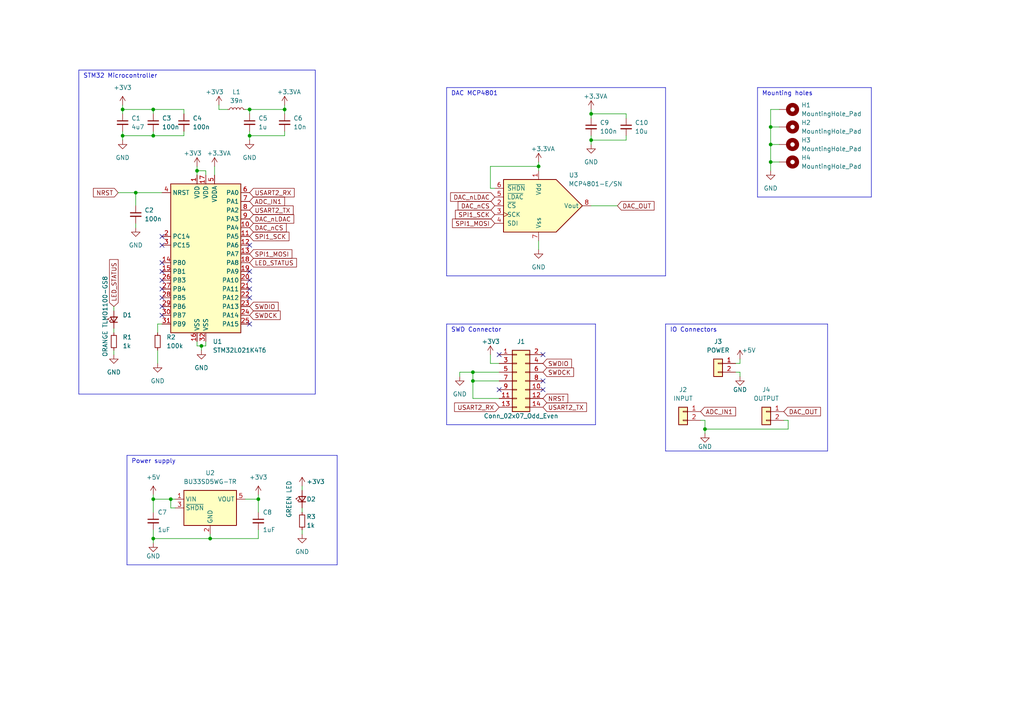
<source format=kicad_sch>
(kicad_sch (version 20230121) (generator eeschema)
  (paper "A4")
  (lib_symbols
    (symbol "Analog_DAC:MCP4801" (pin_names (offset 1.016))
      (property "Reference" "U" (at 1.27 10.795 0))
      (property "Value" "MCP4801" (at 1.27 8.89 0))
      (symbol "MCP4801_0_0"
        (polyline (pts (xy 12.7 0) (xy 5.08 7.62) (xy -10.16 7.62) (xy -10.16 -7.62) (xy 5.08 -7.62) (xy 12.7 0)) (stroke (width 0.254)) (fill (type background)))
      )
      (symbol "MCP4801_1_1"
        (pin power_in line (at 0 10.16 270) (length 2.54) (name "Vdd") (number "1"))
        (pin input line (at -12.7 0 0) (length 2.54) (name "~{CS}") (number "2"))
        (pin input clock (at -12.7 -2.54 0) (length 2.54) (name "SCK") (number "3"))
        (pin input line (at -12.7 -5.08 0) (length 2.54) (name "SDI") (number "4"))
        (pin input line (at -12.7 2.54 0) (length 2.54) (name "~{LDAC}") (number "5"))
        (pin input line (at -12.7 5.08 0) (length 2.54) (name "~{SHDN}") (number "6"))
        (pin power_in line (at 0 -10.16 90) (length 2.54) (name "Vss") (number "7"))
        (pin output line (at 15.24 0 180) (length 2.54) (name "Vout") (number "8"))
      )
    )
    (symbol "Connector_Generic:Conn_01x02" (pin_names (offset 1.016) hide)
      (property "Reference" "J" (at 0 2.54 0))
      (property "Value" "Conn_01x02" (at 0 -5.08 0))
      (symbol "Conn_01x02_1_1"
        (rectangle (start -1.27 -2.413) (end 0 -2.667) (stroke (width 0.1524)))
        (rectangle (start -1.27 0.127) (end 0 -0.127) (stroke (width 0.1524)))
        (rectangle (start -1.27 1.27) (end 1.27 -3.81) (stroke (width 0.254)) (fill (type background)))
        (pin passive line (at -5.08 0 0) (length 3.81) (name "Pin_1") (number "1"))
        (pin passive line (at -5.08 -2.54 0) (length 3.81) (name "Pin_2") (number "2"))
      )
    )
    (symbol "Connector_Generic:Conn_02x07_Odd_Even" (pin_names (offset 1.016) hide)
      (property "Reference" "J" (at 1.27 10.16 0))
      (property "Value" "Conn_02x07_Odd_Even" (at 1.27 -10.16 0))
      (symbol "Conn_02x07_Odd_Even_1_1"
        (rectangle (start -1.27 -7.493) (end 0 -7.747) (stroke (width 0.1524)))
        (rectangle (start -1.27 -4.953) (end 0 -5.207) (stroke (width 0.1524)))
        (rectangle (start -1.27 -2.413) (end 0 -2.667) (stroke (width 0.1524)))
        (rectangle (start -1.27 0.127) (end 0 -0.127) (stroke (width 0.1524)))
        (rectangle (start -1.27 2.667) (end 0 2.413) (stroke (width 0.1524)))
        (rectangle (start -1.27 5.207) (end 0 4.953) (stroke (width 0.1524)))
        (rectangle (start -1.27 7.747) (end 0 7.493) (stroke (width 0.1524)))
        (rectangle (start -1.27 8.89) (end 3.81 -8.89) (stroke (width 0.254)) (fill (type background)))
        (rectangle (start 3.81 -7.493) (end 2.54 -7.747) (stroke (width 0.1524)))
        (rectangle (start 3.81 -4.953) (end 2.54 -5.207) (stroke (width 0.1524)))
        (rectangle (start 3.81 -2.413) (end 2.54 -2.667) (stroke (width 0.1524)))
        (rectangle (start 3.81 0.127) (end 2.54 -0.127) (stroke (width 0.1524)))
        (rectangle (start 3.81 2.667) (end 2.54 2.413) (stroke (width 0.1524)))
        (rectangle (start 3.81 5.207) (end 2.54 4.953) (stroke (width 0.1524)))
        (rectangle (start 3.81 7.747) (end 2.54 7.493) (stroke (width 0.1524)))
        (pin passive line (at -5.08 7.62 0) (length 3.81) (name "Pin_1") (number "1"))
        (pin passive line (at 7.62 -2.54 180) (length 3.81) (name "Pin_10") (number "10"))
        (pin passive line (at -5.08 -5.08 0) (length 3.81) (name "Pin_11") (number "11"))
        (pin passive line (at 7.62 -5.08 180) (length 3.81) (name "Pin_12") (number "12"))
        (pin passive line (at -5.08 -7.62 0) (length 3.81) (name "Pin_13") (number "13"))
        (pin passive line (at 7.62 -7.62 180) (length 3.81) (name "Pin_14") (number "14"))
        (pin passive line (at 7.62 7.62 180) (length 3.81) (name "Pin_2") (number "2"))
        (pin passive line (at -5.08 5.08 0) (length 3.81) (name "Pin_3") (number "3"))
        (pin passive line (at 7.62 5.08 180) (length 3.81) (name "Pin_4") (number "4"))
        (pin passive line (at -5.08 2.54 0) (length 3.81) (name "Pin_5") (number "5"))
        (pin passive line (at 7.62 2.54 180) (length 3.81) (name "Pin_6") (number "6"))
        (pin passive line (at -5.08 0 0) (length 3.81) (name "Pin_7") (number "7"))
        (pin passive line (at 7.62 0 180) (length 3.81) (name "Pin_8") (number "8"))
        (pin passive line (at -5.08 -2.54 0) (length 3.81) (name "Pin_9") (number "9"))
      )
    )
    (symbol "Device:C_Small" (pin_numbers hide) (pin_names (offset 0.254) hide)
      (property "Reference" "C" (at 0.254 1.778 0))
      (property "Value" "C_Small" (at 0.254 -2.032 0))
      (symbol "C_Small_0_1"
        (polyline (pts (xy -1.524 -0.508) (xy 1.524 -0.508)) (stroke (width 0.3302)))
        (polyline (pts (xy -1.524 0.508) (xy 1.524 0.508)) (stroke (width 0.3048)))
      )
      (symbol "C_Small_1_1"
        (pin passive line (at 0 2.54 270) (length 2.032) (name "~") (number "1"))
        (pin passive line (at 0 -2.54 90) (length 2.032) (name "~") (number "2"))
      )
    )
    (symbol "Device:LED_Small" (pin_numbers hide) (pin_names (offset 0.254) hide)
      (property "Reference" "D" (at -1.27 3.175 0))
      (property "Value" "LED_Small" (at -4.445 -2.54 0))
      (symbol "LED_Small_0_1"
        (polyline (pts (xy -0.762 -1.016) (xy -0.762 1.016)) (stroke (width 0.254)))
        (polyline (pts (xy 1.016 0) (xy -0.762 0)))
        (polyline (pts (xy 0.762 -1.016) (xy -0.762 0) (xy 0.762 1.016) (xy 0.762 -1.016)) (stroke (width 0.254)))
        (polyline (pts (xy 0 0.762) (xy -0.508 1.27) (xy -0.254 1.27) (xy -0.508 1.27) (xy -0.508 1.016)))
        (polyline (pts (xy 0.508 1.27) (xy 0 1.778) (xy 0.254 1.778) (xy 0 1.778) (xy 0 1.524)))
      )
      (symbol "LED_Small_1_1"
        (pin passive line (at -2.54 0 0) (length 1.778) (name "K") (number "1"))
        (pin passive line (at 2.54 0 180) (length 1.778) (name "A") (number "2"))
      )
    )
    (symbol "Device:L_Small" (pin_numbers hide) (pin_names (offset 0.254) hide)
      (property "Reference" "L" (at 0.762 1.016 0))
      (property "Value" "L_Small" (at 0.762 -1.016 0))
      (symbol "L_Small_0_1"
        (arc (start 0 -2.032) (mid 0.5058 -1.524) (end 0 -1.016))
        (arc (start 0 -1.016) (mid 0.5058 -0.508) (end 0 0))
        (arc (start 0 0) (mid 0.5058 0.508) (end 0 1.016))
        (arc (start 0 1.016) (mid 0.5058 1.524) (end 0 2.032))
      )
      (symbol "L_Small_1_1"
        (pin passive line (at 0 2.54 270) (length 0.508) (name "~") (number "1"))
        (pin passive line (at 0 -2.54 90) (length 0.508) (name "~") (number "2"))
      )
    )
    (symbol "Device:R_Small" (pin_numbers hide) (pin_names (offset 0.254) hide)
      (property "Reference" "R" (at 0.762 0.508 0))
      (property "Value" "R_Small" (at 0.762 -1.016 0))
      (symbol "R_Small_0_1"
        (rectangle (start -0.762 1.778) (end 0.762 -1.778) (stroke (width 0.2032)))
      )
      (symbol "R_Small_1_1"
        (pin passive line (at 0 2.54 270) (length 0.762) (name "~") (number "1"))
        (pin passive line (at 0 -2.54 90) (length 0.762) (name "~") (number "2"))
      )
    )
    (symbol "MCU_ST_STM32L0:STM32L021K4Tx"
      (property "Reference" "U" (at -10.16 21.59 0))
      (property "Value" "STM32L021K4Tx" (at 5.08 21.59 0))
      (symbol "STM32L021K4Tx_0_1"
        (rectangle (start -10.16 -22.86) (end 10.16 20.32) (stroke (width 0.254)) (fill (type background)))
      )
      (symbol "STM32L021K4Tx_1_1"
        (pin power_in line (at -2.54 22.86 270) (length 2.54) (name "VDD") (number "1"))
        (pin bidirectional line (at 12.7 7.62 180) (length 2.54) (name "PA4") (number "10"))
        (pin bidirectional line (at 12.7 5.08 180) (length 2.54) (name "PA5") (number "11"))
        (pin bidirectional line (at 12.7 2.54 180) (length 2.54) (name "PA6") (number "12"))
        (pin bidirectional line (at 12.7 0 180) (length 2.54) (name "PA7") (number "13"))
        (pin bidirectional line (at -12.7 -2.54 0) (length 2.54) (name "PB0") (number "14"))
        (pin bidirectional line (at -12.7 -5.08 0) (length 2.54) (name "PB1") (number "15"))
        (pin power_in line (at -2.54 -25.4 90) (length 2.54) (name "VSS") (number "16"))
        (pin power_in line (at 0 22.86 270) (length 2.54) (name "VDD") (number "17"))
        (pin bidirectional line (at 12.7 -2.54 180) (length 2.54) (name "PA8") (number "18"))
        (pin bidirectional line (at 12.7 -5.08 180) (length 2.54) (name "PA9") (number "19"))
        (pin bidirectional line (at -12.7 5.08 0) (length 2.54) (name "PC14") (number "2"))
        (pin bidirectional line (at 12.7 -7.62 180) (length 2.54) (name "PA10") (number "20"))
        (pin bidirectional line (at 12.7 -10.16 180) (length 2.54) (name "PA11") (number "21"))
        (pin bidirectional line (at 12.7 -12.7 180) (length 2.54) (name "PA12") (number "22"))
        (pin bidirectional line (at 12.7 -15.24 180) (length 2.54) (name "PA13") (number "23"))
        (pin bidirectional line (at 12.7 -17.78 180) (length 2.54) (name "PA14") (number "24"))
        (pin bidirectional line (at 12.7 -20.32 180) (length 2.54) (name "PA15") (number "25"))
        (pin bidirectional line (at -12.7 -7.62 0) (length 2.54) (name "PB3") (number "26"))
        (pin bidirectional line (at -12.7 -10.16 0) (length 2.54) (name "PB4") (number "27"))
        (pin bidirectional line (at -12.7 -12.7 0) (length 2.54) (name "PB5") (number "28"))
        (pin bidirectional line (at -12.7 -15.24 0) (length 2.54) (name "PB6") (number "29"))
        (pin bidirectional line (at -12.7 2.54 0) (length 2.54) (name "PC15") (number "3"))
        (pin bidirectional line (at -12.7 -17.78 0) (length 2.54) (name "PB7") (number "30"))
        (pin bidirectional line (at -12.7 -20.32 0) (length 2.54) (name "PB9") (number "31"))
        (pin power_in line (at 0 -25.4 90) (length 2.54) (name "VSS") (number "32"))
        (pin input line (at -12.7 17.78 0) (length 2.54) (name "NRST") (number "4"))
        (pin power_in line (at 2.54 22.86 270) (length 2.54) (name "VDDA") (number "5"))
        (pin bidirectional line (at 12.7 17.78 180) (length 2.54) (name "PA0") (number "6"))
        (pin bidirectional line (at 12.7 15.24 180) (length 2.54) (name "PA1") (number "7"))
        (pin bidirectional line (at 12.7 12.7 180) (length 2.54) (name "PA2") (number "8"))
        (pin bidirectional line (at 12.7 10.16 180) (length 2.54) (name "PA3") (number "9"))
      )
    )
    (symbol "Mechanical:MountingHole_Pad" (pin_numbers hide) (pin_names (offset 1.016) hide)
      (property "Reference" "H" (at 0 6.35 0))
      (property "Value" "MountingHole_Pad" (at 0 4.445 0))
      (symbol "MountingHole_Pad_0_1"
        (circle (center 0 1.27) (radius 1.27) (stroke (width 1.27)))
      )
      (symbol "MountingHole_Pad_1_1"
        (pin input line (at 0 -2.54 90) (length 2.54) (name "1") (number "1"))
      )
    )
    (symbol "Regulator_Linear:MCP1802x-xx02xOT"
      (property "Reference" "U" (at -6.35 6.35 0))
      (property "Value" "MCP1802x-xx02xOT" (at 0 6.35 0))
      (symbol "MCP1802x-xx02xOT_0_1"
        (rectangle (start -7.62 5.08) (end 7.62 -5.08) (stroke (width 0.254)) (fill (type background)))
      )
      (symbol "MCP1802x-xx02xOT_1_1"
        (pin power_in line (at -10.16 2.54 0) (length 2.54) (name "VIN") (number "1"))
        (pin power_in line (at 0 -7.62 90) (length 2.54) (name "GND") (number "2"))
        (pin input line (at -10.16 0 0) (length 2.54) (name "~{SHDN}") (number "3"))
        (pin no_connect line (at 7.62 0 180) (length 2.54) hide (name "NC") (number "4"))
        (pin power_out line (at 10.16 2.54 180) (length 2.54) (name "VOUT") (number "5"))
      )
    )
    (symbol "power:+3.3V" (power) (pin_names (offset 0))
      (property "Value" "+3.3V" (at 0 3.556 0))
      (symbol "+3.3V_0_1"
        (polyline (pts (xy -0.762 1.27) (xy 0 2.54)))
        (polyline (pts (xy 0 0) (xy 0 2.54)))
        (polyline (pts (xy 0 2.54) (xy 0.762 1.27)))
      )
      (symbol "+3.3V_1_1"
        (pin power_in line (at 0 0 90) (length 0) hide (name "+3V3") (number "1"))
      )
    )
    (symbol "power:+3.3VA" (power) (pin_names (offset 0))
      (property "Value" "+3.3VA" (at 0 3.556 0))
      (symbol "+3.3VA_0_1"
        (polyline (pts (xy -0.762 1.27) (xy 0 2.54)))
        (polyline (pts (xy 0 0) (xy 0 2.54)))
        (polyline (pts (xy 0 2.54) (xy 0.762 1.27)))
      )
      (symbol "+3.3VA_1_1"
        (pin power_in line (at 0 0 90) (length 0) hide (name "+3.3VA") (number "1"))
      )
    )
    (symbol "power:+5V" (power) (pin_names (offset 0))
      (property "Value" "+5V" (at 0 3.556 0))
      (symbol "+5V_0_1"
        (polyline (pts (xy -0.762 1.27) (xy 0 2.54)))
        (polyline (pts (xy 0 0) (xy 0 2.54)))
        (polyline (pts (xy 0 2.54) (xy 0.762 1.27)))
      )
      (symbol "+5V_1_1"
        (pin power_in line (at 0 0 90) (length 0) hide (name "+5V") (number "1"))
      )
    )
    (symbol "power:GND" (power) (pin_names (offset 0))
      (property "Value" "GND" (at 0 -3.81 0))
      (symbol "GND_0_1"
        (polyline (pts (xy 0 0) (xy 0 -1.27) (xy 1.27 -1.27) (xy 0 -2.54) (xy -1.27 -1.27) (xy 0 -1.27)))
      )
      (symbol "GND_1_1"
        (pin power_in line (at 0 0 270) (length 0) hide (name "GND") (number "1"))
      )
    )
  )
  (junction (at 35.56 39.37))
  (junction (at 137.16 107.95))
  (junction (at 39.37 55.88))
  (junction (at 223.52 41.91))
  (junction (at 58.42 100.33))
  (junction (at 223.52 46.99))
  (junction (at 49.53 144.78))
  (junction (at 156.21 48.26))
  (junction (at 82.55 31.75))
  (junction (at 44.45 156.21))
  (junction (at 72.39 39.37))
  (junction (at 35.56 31.75))
  (junction (at 72.39 31.75))
  (junction (at 44.45 31.75))
  (junction (at 44.45 39.37))
  (junction (at 44.45 144.78))
  (junction (at 204.47 124.46))
  (junction (at 74.93 144.78))
  (junction (at 223.52 36.83))
  (junction (at 137.16 110.49))
  (junction (at 60.96 156.21))
  (junction (at 57.15 49.53))
  (junction (at 171.45 40.64))
  (junction (at 171.45 33.02))
  (no_connect (at 144.78 102.87))
  (no_connect (at 46.99 83.82))
  (no_connect (at 46.99 86.36))
  (no_connect (at 46.99 81.28))
  (no_connect (at 46.99 71.12))
  (no_connect (at 72.39 93.98))
  (no_connect (at 157.48 113.03))
  (no_connect (at 157.48 102.87))
  (no_connect (at 72.39 71.12))
  (no_connect (at 72.39 86.36))
  (no_connect (at 144.78 113.03))
  (no_connect (at 46.99 68.58))
  (no_connect (at 72.39 81.28))
  (no_connect (at 46.99 88.9))
  (no_connect (at 72.39 83.82))
  (no_connect (at 46.99 78.74))
  (no_connect (at 46.99 91.44))
  (no_connect (at 157.48 110.49))
  (no_connect (at 72.39 78.74))
  (no_connect (at 46.99 76.2))
  (polyline (pts (xy 240.03 93.98) (xy 240.03 130.81)))
  (wire (pts (xy 35.56 31.75) (xy 35.56 33.02)))
  (wire (pts (xy 44.45 156.21) (xy 60.96 156.21)))
  (wire (pts (xy 33.02 95.25) (xy 33.02 96.52)))
  (wire (pts (xy 223.52 41.91) (xy 226.06 41.91)))
  (wire (pts (xy 74.93 156.21) (xy 74.93 153.67)))
  (wire (pts (xy 33.02 88.9) (xy 33.02 90.17)))
  (wire (pts (xy 203.2 121.92) (xy 204.47 121.92)))
  (wire (pts (xy 58.42 100.33) (xy 58.42 101.6)))
  (wire (pts (xy 62.23 48.26) (xy 62.23 50.8)))
  (polyline (pts (xy 240.03 130.81) (xy 193.04 130.81)))
  (wire (pts (xy 58.42 100.33) (xy 59.69 100.33)))
  (wire (pts (xy 156.21 48.26) (xy 142.24 48.26)))
  (wire (pts (xy 57.15 48.26) (xy 57.15 49.53)))
  (polyline (pts (xy 22.86 114.3) (xy 91.44 114.3)))
  (wire (pts (xy 223.52 41.91) (xy 223.52 36.83)))
  (wire (pts (xy 82.55 31.75) (xy 82.55 33.02)))
  (wire (pts (xy 156.21 69.85) (xy 156.21 72.39)))
  (wire (pts (xy 63.5 30.48) (xy 63.5 31.75)))
  (wire (pts (xy 35.56 30.48) (xy 35.56 31.75)))
  (polyline (pts (xy 252.73 25.4) (xy 252.73 57.15)))
  (wire (pts (xy 142.24 54.61) (xy 143.51 54.61)))
  (wire (pts (xy 45.72 101.6) (xy 45.72 105.41)))
  (wire (pts (xy 35.56 31.75) (xy 44.45 31.75)))
  (wire (pts (xy 87.63 147.32) (xy 87.63 148.59)))
  (wire (pts (xy 228.6 124.46) (xy 204.47 124.46)))
  (wire (pts (xy 72.39 39.37) (xy 72.39 40.64)))
  (polyline (pts (xy 193.04 93.98) (xy 193.04 130.81)))
  (wire (pts (xy 213.36 105.41) (xy 214.63 105.41)))
  (polyline (pts (xy 129.54 93.98) (xy 129.54 123.19)))
  (wire (pts (xy 137.16 107.95) (xy 133.35 107.95)))
  (wire (pts (xy 44.45 148.59) (xy 44.45 144.78)))
  (polyline (pts (xy 22.86 20.32) (xy 91.44 20.32)))
  (wire (pts (xy 35.56 39.37) (xy 35.56 40.64)))
  (wire (pts (xy 156.21 48.26) (xy 156.21 49.53)))
  (wire (pts (xy 74.93 148.59) (xy 74.93 144.78)))
  (wire (pts (xy 60.96 154.94) (xy 60.96 156.21)))
  (polyline (pts (xy 219.71 25.4) (xy 252.73 25.4)))
  (wire (pts (xy 57.15 50.8) (xy 57.15 49.53)))
  (wire (pts (xy 82.55 30.48) (xy 82.55 31.75)))
  (wire (pts (xy 72.39 38.1) (xy 72.39 39.37)))
  (wire (pts (xy 171.45 33.02) (xy 181.61 33.02)))
  (wire (pts (xy 223.52 36.83) (xy 226.06 36.83)))
  (wire (pts (xy 35.56 38.1) (xy 35.56 39.37)))
  (wire (pts (xy 39.37 55.88) (xy 39.37 59.69)))
  (wire (pts (xy 44.45 144.78) (xy 49.53 144.78)))
  (wire (pts (xy 44.45 31.75) (xy 44.45 33.02)))
  (wire (pts (xy 171.45 33.02) (xy 171.45 34.29)))
  (wire (pts (xy 142.24 105.41) (xy 142.24 102.87)))
  (wire (pts (xy 171.45 31.75) (xy 171.45 33.02)))
  (polyline (pts (xy 252.73 57.15) (xy 219.71 57.15)))
  (polyline (pts (xy 193.04 80.01) (xy 129.54 80.01)))
  (wire (pts (xy 44.45 31.75) (xy 53.34 31.75)))
  (wire (pts (xy 223.52 49.53) (xy 223.52 46.99)))
  (polyline (pts (xy 36.83 132.08) (xy 36.83 163.83)))
  (wire (pts (xy 59.69 99.06) (xy 59.69 100.33)))
  (polyline (pts (xy 172.72 123.19) (xy 129.54 123.19)))
  (wire (pts (xy 74.93 143.51) (xy 74.93 144.78)))
  (wire (pts (xy 171.45 39.37) (xy 171.45 40.64)))
  (wire (pts (xy 213.36 107.95) (xy 214.63 107.95)))
  (wire (pts (xy 33.02 101.6) (xy 33.02 102.87)))
  (wire (pts (xy 227.33 121.92) (xy 228.6 121.92)))
  (wire (pts (xy 57.15 99.06) (xy 57.15 100.33)))
  (wire (pts (xy 171.45 40.64) (xy 181.61 40.64)))
  (wire (pts (xy 214.63 105.41) (xy 214.63 104.14)))
  (polyline (pts (xy 172.72 93.98) (xy 172.72 123.19)))
  (wire (pts (xy 156.21 46.99) (xy 156.21 48.26)))
  (wire (pts (xy 44.45 39.37) (xy 53.34 39.37)))
  (wire (pts (xy 137.16 110.49) (xy 144.78 110.49)))
  (wire (pts (xy 45.72 93.98) (xy 45.72 96.52)))
  (wire (pts (xy 137.16 107.95) (xy 144.78 107.95)))
  (wire (pts (xy 82.55 39.37) (xy 82.55 38.1)))
  (wire (pts (xy 214.63 107.95) (xy 214.63 109.22)))
  (polyline (pts (xy 129.54 25.4) (xy 193.04 25.4)))
  (wire (pts (xy 72.39 31.75) (xy 82.55 31.75)))
  (wire (pts (xy 39.37 64.77) (xy 39.37 66.04)))
  (wire (pts (xy 204.47 124.46) (xy 204.47 125.73)))
  (wire (pts (xy 44.45 39.37) (xy 44.45 38.1)))
  (wire (pts (xy 204.47 124.46) (xy 204.47 121.92)))
  (polyline (pts (xy 36.83 132.08) (xy 97.79 132.08)))
  (wire (pts (xy 57.15 100.33) (xy 58.42 100.33)))
  (polyline (pts (xy 97.79 132.08) (xy 97.79 163.83)))
  (wire (pts (xy 181.61 34.29) (xy 181.61 33.02)))
  (wire (pts (xy 34.29 55.88) (xy 39.37 55.88)))
  (wire (pts (xy 44.45 153.67) (xy 44.45 156.21)))
  (wire (pts (xy 87.63 140.97) (xy 87.63 142.24)))
  (wire (pts (xy 49.53 147.32) (xy 49.53 144.78)))
  (wire (pts (xy 133.35 107.95) (xy 133.35 109.22)))
  (wire (pts (xy 49.53 144.78) (xy 50.8 144.78)))
  (wire (pts (xy 137.16 115.57) (xy 144.78 115.57)))
  (wire (pts (xy 181.61 40.64) (xy 181.61 39.37)))
  (wire (pts (xy 223.52 46.99) (xy 226.06 46.99)))
  (wire (pts (xy 63.5 31.75) (xy 66.04 31.75)))
  (wire (pts (xy 35.56 39.37) (xy 44.45 39.37)))
  (wire (pts (xy 71.12 31.75) (xy 72.39 31.75)))
  (wire (pts (xy 53.34 39.37) (xy 53.34 38.1)))
  (polyline (pts (xy 91.44 114.3) (xy 91.44 20.32)))
  (wire (pts (xy 223.52 46.99) (xy 223.52 41.91)))
  (wire (pts (xy 39.37 55.88) (xy 46.99 55.88)))
  (wire (pts (xy 137.16 115.57) (xy 137.16 110.49)))
  (wire (pts (xy 53.34 31.75) (xy 53.34 33.02)))
  (wire (pts (xy 171.45 40.64) (xy 171.45 41.91)))
  (wire (pts (xy 171.45 59.69) (xy 179.07 59.69)))
  (wire (pts (xy 59.69 49.53) (xy 59.69 50.8)))
  (wire (pts (xy 50.8 147.32) (xy 49.53 147.32)))
  (polyline (pts (xy 97.79 163.83) (xy 36.83 163.83)))
  (wire (pts (xy 44.45 143.51) (xy 44.45 144.78)))
  (wire (pts (xy 72.39 39.37) (xy 82.55 39.37)))
  (wire (pts (xy 60.96 156.21) (xy 74.93 156.21)))
  (polyline (pts (xy 129.54 93.98) (xy 172.72 93.98)))
  (polyline (pts (xy 193.04 25.4) (xy 193.04 80.01)))
  (wire (pts (xy 223.52 31.75) (xy 226.06 31.75)))
  (wire (pts (xy 57.15 49.53) (xy 59.69 49.53)))
  (wire (pts (xy 228.6 121.92) (xy 228.6 124.46)))
  (polyline (pts (xy 219.71 25.4) (xy 219.71 57.15)))
  (wire (pts (xy 142.24 48.26) (xy 142.24 54.61)))
  (wire (pts (xy 44.45 156.21) (xy 44.45 157.48)))
  (wire (pts (xy 137.16 110.49) (xy 137.16 107.95)))
  (wire (pts (xy 45.72 93.98) (xy 46.99 93.98)))
  (wire (pts (xy 144.78 105.41) (xy 142.24 105.41)))
  (wire (pts (xy 223.52 36.83) (xy 223.52 31.75)))
  (polyline (pts (xy 193.04 93.98) (xy 240.03 93.98)))
  (wire (pts (xy 72.39 31.75) (xy 72.39 33.02)))
  (wire (pts (xy 74.93 144.78) (xy 71.12 144.78)))
  (polyline (pts (xy 22.86 20.32) (xy 22.86 114.3)))
  (wire (pts (xy 87.63 153.67) (xy 87.63 154.94)))
  (polyline (pts (xy 129.54 25.4) (xy 129.54 80.01)))
  (text "Power supply" (at 38.1 134.62 0) (effects (font (size 1.27 1.27)) (justify left bottom)))
  (text "IO Connectors" (at 194.31 96.52 0) (effects (font (size 1.27 1.27)) (justify left bottom)))
  (text "Mounting holes" (at 220.98 27.94 0) (effects (font (size 1.27 1.27)) (justify left bottom)))
  (text "DAC MCP4801" (at 130.81 27.94 0) (effects (font (size 1.27 1.27)) (justify left bottom)))
  (text "SWD Connector" (at 130.81 96.52 0) (effects (font (size 1.27 1.27)) (justify left bottom)))
  (text "STM32 Microcontroller" (at 24.13 22.86 0) (effects (font (size 1.27 1.27)) (justify left bottom)))
  (global_label "USART2_RX" (shape input) (at 144.78 118.11 180) (property "Intersheetrefs" "${INTERSHEET_REFS}" (effects hide)) (property "Références Inter-Feuilles" "${INTERSHEET_REFS}" (effects hide)))
  (global_label "SPI1_SCK" (shape input) (at 72.39 68.58 0) (property "Intersheetrefs" "${INTERSHEET_REFS}" (effects hide)) (property "Références Inter-Feuilles" "${INTERSHEET_REFS}" (effects hide)))
  (global_label "SPI1_SCK" (shape input) (at 143.51 62.23 180) (property "Intersheetrefs" "${INTERSHEET_REFS}" (effects hide)) (property "Références Inter-Feuilles" "${INTERSHEET_REFS}" (effects hide)))
  (global_label "SWDIO" (shape input) (at 72.39 88.9 0) (property "Intersheetrefs" "${INTERSHEET_REFS}" (effects hide)) (property "Références Inter-Feuilles" "${INTERSHEET_REFS}" (effects hide)))
  (global_label "NRST" (shape input) (at 157.48 115.57 0) (property "Intersheetrefs" "${INTERSHEET_REFS}" (effects hide)) (property "Références Inter-Feuilles" "${INTERSHEET_REFS}" (effects hide)))
  (global_label "SWDIO" (shape input) (at 157.48 105.41 0) (property "Intersheetrefs" "${INTERSHEET_REFS}" (effects hide)) (property "Références Inter-Feuilles" "${INTERSHEET_REFS}" (effects hide)))
  (global_label "USART2_TX" (shape input) (at 157.48 118.11 0) (property "Intersheetrefs" "${INTERSHEET_REFS}" (effects hide)) (property "Références Inter-Feuilles" "${INTERSHEET_REFS}" (effects hide)))
  (global_label "DAC_OUT" (shape input) (at 227.33 119.38 0) (property "Intersheetrefs" "${INTERSHEET_REFS}" (effects hide)) (property "Références Inter-Feuilles" "${INTERSHEET_REFS}" (effects hide)))
  (global_label "DAC_nCS" (shape input) (at 72.39 66.04 0) (property "Intersheetrefs" "${INTERSHEET_REFS}" (effects hide)) (property "Références Inter-Feuilles" "${INTERSHEET_REFS}" (effects hide)))
  (global_label "SWDCK" (shape input) (at 157.48 107.95 0) (property "Intersheetrefs" "${INTERSHEET_REFS}" (effects hide)) (property "Références Inter-Feuilles" "${INTERSHEET_REFS}" (effects hide)))
  (global_label "DAC_OUT" (shape input) (at 179.07 59.69 0) (property "Intersheetrefs" "${INTERSHEET_REFS}" (effects hide)) (property "Références Inter-Feuilles" "${INTERSHEET_REFS}" (effects hide)))
  (global_label "ADC_IN1" (shape input) (at 203.2 119.38 0) (property "Intersheetrefs" "${INTERSHEET_REFS}" (effects hide)) (property "Références Inter-Feuilles" "${INTERSHEET_REFS}" (effects hide)))
  (global_label "ADC_IN1" (shape input) (at 72.39 58.42 0) (property "Intersheetrefs" "${INTERSHEET_REFS}" (effects hide)) (property "Références Inter-Feuilles" "${INTERSHEET_REFS}" (effects hide)))
  (global_label "USART2_RX" (shape input) (at 72.39 55.88 0) (property "Intersheetrefs" "${INTERSHEET_REFS}" (effects hide)) (property "Références Inter-Feuilles" "${INTERSHEET_REFS}" (effects hide)))
  (global_label "DAC_nLDAC" (shape input) (at 72.39 63.5 0) (property "Intersheetrefs" "${INTERSHEET_REFS}" (effects hide)) (property "Références Inter-Feuilles" "${INTERSHEET_REFS}" (effects hide)))
  (global_label "SWDCK" (shape input) (at 72.39 91.44 0) (property "Intersheetrefs" "${INTERSHEET_REFS}" (effects hide)) (property "Références Inter-Feuilles" "${INTERSHEET_REFS}" (effects hide)))
  (global_label "DAC_nLDAC" (shape input) (at 143.51 57.15 180) (property "Intersheetrefs" "${INTERSHEET_REFS}" (effects hide)) (property "Références Inter-Feuilles" "${INTERSHEET_REFS}" (effects hide)))
  (global_label "NRST" (shape input) (at 34.29 55.88 180) (property "Intersheetrefs" "${INTERSHEET_REFS}" (effects hide)) (property "Références Inter-Feuilles" "${INTERSHEET_REFS}" (effects hide)))
  (global_label "DAC_nCS" (shape input) (at 143.51 59.69 180) (property "Intersheetrefs" "${INTERSHEET_REFS}" (effects hide)) (property "Références Inter-Feuilles" "${INTERSHEET_REFS}" (effects hide)))
  (global_label "SPI1_MOSI" (shape input) (at 72.39 73.66 0) (property "Intersheetrefs" "${INTERSHEET_REFS}" (effects hide)) (property "Références Inter-Feuilles" "${INTERSHEET_REFS}" (effects hide)))
  (global_label "LED_STATUS" (shape input) (at 33.02 88.9 90) (property "Intersheetrefs" "${INTERSHEET_REFS}" (effects hide)) (property "Références Inter-Feuilles" "${INTERSHEET_REFS}" (effects hide)))
  (global_label "USART2_TX" (shape input) (at 72.39 60.96 0) (property "Intersheetrefs" "${INTERSHEET_REFS}" (effects hide)) (property "Références Inter-Feuilles" "${INTERSHEET_REFS}" (effects hide)))
  (global_label "LED_STATUS" (shape input) (at 72.39 76.2 0) (property "Intersheetrefs" "${INTERSHEET_REFS}" (effects hide)) (property "Références Inter-Feuilles" "${INTERSHEET_REFS}" (effects hide)))
  (global_label "SPI1_MOSI" (shape input) (at 143.51 64.77 180) (property "Intersheetrefs" "${INTERSHEET_REFS}" (effects hide)) (property "Références Inter-Feuilles" "${INTERSHEET_REFS}" (effects hide)))
  (symbol (lib_id "Connector_Generic:Conn_01x02") (at 198.12 119.38 0) (mirror y) (unit 1)
    (property "Reference" "J2" (at 198.12 113.03 0))
    (property "Value" "INPUT" (at 198.12 115.57 0))
    (property "Footprint" "Connector_JST:JST_XH_B2B-XH-A_1x02_P2.50mm_Vertical" (effects hide))
  )
  (symbol (lib_id "Regulator_Linear:MCP1802x-xx02xOT") (at 60.96 147.32 0) (unit 1)
    (property "Reference" "U2" (at 60.96 137.16 0))
    (property "Value" "BU33SD5WG-TR" (at 60.96 139.7 0))
    (property "Footprint" "Package_TO_SOT_SMD:SOT-23-5" (effects hide))
    (property "Datasheet" "http://ww1.microchip.com/downloads/en/DeviceDoc/22053C.pdf" (effects hide))
  )
  (symbol (lib_id "Connector_Generic:Conn_01x02") (at 208.28 105.41 0) (mirror y) (unit 1)
    (property "Reference" "J3" (at 208.28 99.06 0))
    (property "Value" "POWER" (at 208.28 101.6 0))
    (property "Footprint" "Connector_JST:JST_XH_B2B-XH-A_1x02_P2.50mm_Vertical" (effects hide))
  )
  (symbol (lib_id "power:+3.3V") (at 63.5 30.48 0) (unit 1)
    (property "Reference" "#PWR09" (effects hide))
    (property "Value" "+3.3V" (at 62.23 26.67 0))
  )
  (symbol (lib_id "Device:LED_Small") (at 33.02 92.71 90) (unit 1)
    (property "Reference" "D1" (at 35.56 91.3764 90) (effects (justify right)))
    (property "Value" "ORANGE TLMO1100-GS8" (at 30.48 80.01 0) (effects (justify right)))
    (property "Footprint" "LED_SMD:LED_0603_1608Metric_Pad1.05x0.95mm_HandSolder" (effects hide))
  )
  (symbol (lib_id "Device:LED_Small") (at 87.63 144.78 90) (unit 1)
    (property "Reference" "D2" (at 88.9 144.78 90) (effects (justify right)))
    (property "Value" "GREEN LED" (at 83.82 144.78 0))
    (property "Footprint" "LED_SMD:LED_0603_1608Metric_Pad1.05x0.95mm_HandSolder" (effects hide))
  )
  (symbol (lib_id "Device:C_Small") (at 82.55 35.56 0) (unit 1)
    (property "Reference" "C6" (at 85.09 34.2962 0) (effects (justify left)))
    (property "Value" "10n" (at 85.09 36.8362 0) (effects (justify left)))
    (property "Footprint" "Capacitor_SMD:C_0805_2012Metric_Pad1.18x1.45mm_HandSolder" (effects hide))
  )
  (symbol (lib_id "power:+3.3VA") (at 62.23 48.26 0) (unit 1)
    (property "Reference" "#PWR08" (effects hide))
    (property "Value" "+3.3VA" (at 63.5 44.45 0))
  )
  (symbol (lib_id "MCU_ST_STM32L0:STM32L021K4Tx") (at 59.69 73.66 0) (unit 1)
    (property "Reference" "U1" (at 61.7094 99.06 0) (effects (justify left)))
    (property "Value" "STM32L021K4T6" (at 61.7094 101.6 0) (effects (justify left)))
    (property "Footprint" "Package_QFP:LQFP-32_7x7mm_P0.8mm" (effects hide))
    (property "Datasheet" "http://www.st.com/st-web-ui/static/active/en/resource/technical/document/datasheet/DM00206858.pdf" (effects hide))
  )
  (symbol (lib_id "Device:R_Small") (at 87.63 151.13 0) (unit 1)
    (property "Reference" "R3" (at 88.9 149.86 0) (effects (justify left)))
    (property "Value" "1k" (at 88.9 152.4 0) (effects (justify left)))
    (property "Footprint" "Resistor_SMD:R_0805_2012Metric_Pad1.20x1.40mm_HandSolder" (effects hide))
  )
  (symbol (lib_id "Device:C_Small") (at 53.34 35.56 0) (unit 1)
    (property "Reference" "C4" (at 55.88 34.2962 0) (effects (justify left)))
    (property "Value" "100n" (at 55.88 36.8362 0) (effects (justify left)))
    (property "Footprint" "Capacitor_SMD:C_0805_2012Metric_Pad1.18x1.45mm_HandSolder" (effects hide))
  )
  (symbol (lib_id "Mechanical:MountingHole_Pad") (at 228.6 46.99 270) (unit 1)
    (property "Reference" "H4" (at 232.41 45.7199 90) (effects (justify left)))
    (property "Value" "MountingHole_Pad" (at 232.41 48.2599 90) (effects (justify left)))
    (property "Footprint" "MountingHole:MountingHole_3.2mm_M3_Pad" (effects hide))
  )
  (symbol (lib_id "Device:C_Small") (at 74.93 151.13 0) (unit 1)
    (property "Reference" "C8" (at 76.2 148.59 0) (effects (justify left)))
    (property "Value" "1uF" (at 76.2 153.67 0) (effects (justify left)))
    (property "Footprint" "Capacitor_SMD:C_0805_2012Metric" (effects hide))
  )
  (symbol (lib_id "power:GND") (at 171.45 41.91 0) (unit 1)
    (property "Reference" "#PWR022" (effects hide))
    (property "Value" "GND" (at 171.45 46.99 0))
  )
  (symbol (lib_id "power:GND") (at 33.02 102.87 0) (unit 1)
    (property "Reference" "#PWR01" (effects hide))
    (property "Value" "GND" (at 33.02 107.95 0))
  )
  (symbol (lib_id "power:+3.3V") (at 74.93 143.51 0) (unit 1)
    (property "Reference" "#PWR014" (effects hide))
    (property "Value" "+3.3V" (at 74.93 138.43 0))
  )
  (symbol (lib_id "power:GND") (at 45.72 105.41 0) (unit 1)
    (property "Reference" "#PWR05" (effects hide))
    (property "Value" "GND" (at 45.72 110.49 0))
  )
  (symbol (lib_id "power:+5V") (at 44.45 143.51 0) (unit 1)
    (property "Reference" "#PWR012" (effects hide))
    (property "Value" "+5V" (at 44.45 138.43 0))
  )
  (symbol (lib_id "Mechanical:MountingHole_Pad") (at 228.6 41.91 270) (unit 1)
    (property "Reference" "H3" (at 232.41 40.6399 90) (effects (justify left)))
    (property "Value" "MountingHole_Pad" (at 232.41 43.1799 90) (effects (justify left)))
    (property "Footprint" "MountingHole:MountingHole_3.2mm_M3_Pad" (effects hide))
  )
  (symbol (lib_id "power:GND") (at 58.42 101.6 0) (unit 1)
    (property "Reference" "#PWR07" (effects hide))
    (property "Value" "GND" (at 58.42 106.68 0))
  )
  (symbol (lib_id "Analog_DAC:MCP4801") (at 156.21 59.69 0) (unit 1)
    (property "Reference" "U3" (at 166.37 50.8 0))
    (property "Value" "MCP4801-E/SN" (at 172.72 53.34 0))
    (property "Footprint" "Package_SO:SOIC-8_3.9x4.9mm_P1.27mm" (effects hide))
    (property "Datasheet" "http://ww1.microchip.com/downloads/en/DeviceDoc/22244B.pdf" (effects hide))
  )
  (symbol (lib_id "Device:C_Small") (at 39.37 62.23 0) (unit 1)
    (property "Reference" "C2" (at 41.91 60.9662 0) (effects (justify left)))
    (property "Value" "100n" (at 41.91 63.5062 0) (effects (justify left)))
    (property "Footprint" "Capacitor_SMD:C_0805_2012Metric_Pad1.18x1.45mm_HandSolder" (effects hide))
  )
  (symbol (lib_id "power:GND") (at 133.35 109.22 0) (unit 1)
    (property "Reference" "#PWR017" (effects hide))
    (property "Value" "GND" (at 133.35 114.3 0))
  )
  (symbol (lib_id "Device:C_Small") (at 44.45 35.56 0) (unit 1)
    (property "Reference" "C3" (at 46.99 34.2962 0) (effects (justify left)))
    (property "Value" "100n" (at 46.99 36.8362 0) (effects (justify left)))
    (property "Footprint" "Capacitor_SMD:C_0805_2012Metric_Pad1.18x1.45mm_HandSolder" (effects hide))
  )
  (symbol (lib_id "Device:L_Small") (at 68.58 31.75 90) (unit 1)
    (property "Reference" "L1" (at 68.58 26.67 90))
    (property "Value" "39n" (at 68.58 29.21 90))
    (property "Footprint" "Inductor_SMD:L_0805_2012Metric_Pad1.05x1.20mm_HandSolder" (effects hide))
  )
  (symbol (lib_id "Mechanical:MountingHole_Pad") (at 228.6 36.83 270) (unit 1)
    (property "Reference" "H2" (at 232.41 35.5599 90) (effects (justify left)))
    (property "Value" "MountingHole_Pad" (at 232.41 38.0999 90) (effects (justify left)))
    (property "Footprint" "MountingHole:MountingHole_3.2mm_M3_Pad" (effects hide))
  )
  (symbol (lib_id "power:GND") (at 44.45 157.48 0) (unit 1)
    (property "Reference" "#PWR013" (effects hide))
    (property "Value" "GND" (at 44.45 161.29 0))
  )
  (symbol (lib_id "power:GND") (at 35.56 40.64 0) (unit 1)
    (property "Reference" "#PWR03" (effects hide))
    (property "Value" "GND" (at 35.56 45.72 0))
  )
  (symbol (lib_id "power:+3.3VA") (at 156.21 46.99 0) (unit 1)
    (property "Reference" "#PWR019" (effects hide))
    (property "Value" "+3.3VA" (at 157.48 43.18 0))
  )
  (symbol (lib_id "power:+3.3V") (at 142.24 102.87 0) (unit 1)
    (property "Reference" "#PWR018" (effects hide))
    (property "Value" "+3.3V" (at 139.7 99.06 0) (effects (justify left)))
  )
  (symbol (lib_id "power:GND") (at 204.47 125.73 0) (unit 1)
    (property "Reference" "#PWR023" (effects hide))
    (property "Value" "GND" (at 204.47 129.54 0))
  )
  (symbol (lib_id "power:+3.3V") (at 57.15 48.26 0) (unit 1)
    (property "Reference" "#PWR06" (effects hide))
    (property "Value" "+3.3V" (at 55.88 44.45 0))
  )
  (symbol (lib_id "power:+3.3VA") (at 82.55 30.48 0) (unit 1)
    (property "Reference" "#PWR011" (effects hide))
    (property "Value" "+3.3VA" (at 83.82 26.67 0))
  )
  (symbol (lib_id "power:GND") (at 72.39 40.64 0) (unit 1)
    (property "Reference" "#PWR010" (effects hide))
    (property "Value" "GND" (at 72.39 45.72 0))
  )
  (symbol (lib_id "Device:C_Small") (at 181.61 36.83 0) (unit 1)
    (property "Reference" "C10" (at 184.15 35.5662 0) (effects (justify left)))
    (property "Value" "10u" (at 184.15 38.1062 0) (effects (justify left)))
    (property "Footprint" "Capacitor_SMD:C_0805_2012Metric" (effects hide))
  )
  (symbol (lib_id "Device:R_Small") (at 33.02 99.06 0) (unit 1)
    (property "Reference" "R1" (at 35.56 97.7899 0) (effects (justify left)))
    (property "Value" "1k" (at 35.56 100.3299 0) (effects (justify left)))
    (property "Footprint" "Resistor_SMD:R_0805_2012Metric_Pad1.20x1.40mm_HandSolder" (effects hide))
  )
  (symbol (lib_id "Device:C_Small") (at 35.56 35.56 0) (unit 1)
    (property "Reference" "C1" (at 38.1 34.2962 0) (effects (justify left)))
    (property "Value" "4u7" (at 38.1 36.8362 0) (effects (justify left)))
    (property "Footprint" "Capacitor_SMD:C_0805_2012Metric_Pad1.18x1.45mm_HandSolder" (effects hide))
  )
  (symbol (lib_id "Device:C_Small") (at 171.45 36.83 0) (unit 1)
    (property "Reference" "C9" (at 173.99 35.5662 0) (effects (justify left)))
    (property "Value" "100n" (at 173.99 38.1062 0) (effects (justify left)))
    (property "Footprint" "Capacitor_SMD:C_0805_2012Metric_Pad1.18x1.45mm_HandSolder" (effects hide))
  )
  (symbol (lib_id "Device:C_Small") (at 44.45 151.13 0) (unit 1)
    (property "Reference" "C7" (at 45.72 148.59 0) (effects (justify left)))
    (property "Value" "1uF" (at 45.72 153.67 0) (effects (justify left)))
    (property "Footprint" "Capacitor_SMD:C_0805_2012Metric" (effects hide))
  )
  (symbol (lib_id "power:GND") (at 214.63 109.22 0) (mirror y) (unit 1)
    (property "Reference" "#PWR025" (effects hide))
    (property "Value" "GND" (at 214.63 113.03 0))
  )
  (symbol (lib_id "Device:R_Small") (at 45.72 99.06 0) (unit 1)
    (property "Reference" "R2" (at 48.26 97.7899 0) (effects (justify left)))
    (property "Value" "100k" (at 48.26 100.3299 0) (effects (justify left)))
    (property "Footprint" "Resistor_SMD:R_0805_2012Metric_Pad1.20x1.40mm_HandSolder" (effects hide))
  )
  (symbol (lib_id "power:GND") (at 156.21 72.39 0) (unit 1)
    (property "Reference" "#PWR020" (effects hide))
    (property "Value" "GND" (at 156.21 77.47 0))
  )
  (symbol (lib_id "Connector_Generic:Conn_01x02") (at 222.25 119.38 0) (mirror y) (unit 1)
    (property "Reference" "J4" (at 222.25 113.03 0))
    (property "Value" "OUTPUT" (at 222.25 115.57 0))
    (property "Footprint" "Connector_JST:JST_XH_B2B-XH-A_1x02_P2.50mm_Vertical" (effects hide))
  )
  (symbol (lib_id "power:+3.3V") (at 35.56 30.48 0) (unit 1)
    (property "Reference" "#PWR02" (effects hide))
    (property "Value" "+3.3V" (at 35.56 25.4 0))
  )
  (symbol (lib_id "power:+5V") (at 214.63 104.14 0) (mirror y) (unit 1)
    (property "Reference" "#PWR024" (effects hide))
    (property "Value" "+5V" (at 217.17 101.6 0))
  )
  (symbol (lib_id "Device:C_Small") (at 72.39 35.56 0) (unit 1)
    (property "Reference" "C5" (at 74.93 34.2962 0) (effects (justify left)))
    (property "Value" "1u" (at 74.93 36.8362 0) (effects (justify left)))
    (property "Footprint" "Capacitor_SMD:C_0805_2012Metric_Pad1.18x1.45mm_HandSolder" (effects hide))
  )
  (symbol (lib_id "power:GND") (at 87.63 154.94 0) (unit 1)
    (property "Reference" "#PWR016" (effects hide))
    (property "Value" "GND" (at 87.63 160.02 0))
  )
  (symbol (lib_id "Mechanical:MountingHole_Pad") (at 228.6 31.75 270) (unit 1)
    (property "Reference" "H1" (at 232.41 30.4799 90) (effects (justify left)))
    (property "Value" "MountingHole_Pad" (at 232.41 33.0199 90) (effects (justify left)))
    (property "Footprint" "MountingHole:MountingHole_3.2mm_M3_Pad" (effects hide))
  )
  (symbol (lib_id "power:GND") (at 39.37 66.04 0) (unit 1)
    (property "Reference" "#PWR04" (effects hide))
    (property "Value" "GND" (at 39.37 71.12 0))
  )
  (symbol (lib_id "power:+3.3VA") (at 171.45 31.75 0) (unit 1)
    (property "Reference" "#PWR021" (effects hide))
    (property "Value" "+3.3VA" (at 172.72 27.94 0))
  )
  (symbol (lib_id "Connector_Generic:Conn_02x07_Odd_Even") (at 149.86 110.49 0) (unit 1)
    (property "Reference" "J1" (at 151.13 99.06 0))
    (property "Value" "Conn_02x07_Odd_Even" (at 151.13 120.65 0))
    (property "Footprint" "Connector_PinHeader_1.27mm:PinHeader_2x07_P1.27mm_Vertical_SMD" (effects hide))
  )
  (symbol (lib_id "power:+3.3V") (at 87.63 140.97 0) (unit 1)
    (property "Reference" "#PWR015" (effects hide))
    (property "Value" "+3.3V" (at 88.9 139.7 0) (effects (justify left)))
  )
  (symbol (lib_id "power:GND") (at 223.52 49.53 0) (unit 1)
    (property "Reference" "#PWR026" (effects hide))
    (property "Value" "GND" (at 223.52 54.61 0))
  )
)
</source>
